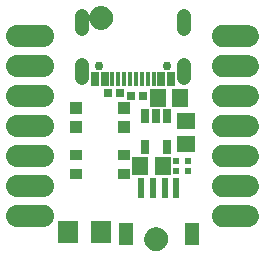
<source format=gbr>
G04 EAGLE Gerber RS-274X export*
G75*
%MOMM*%
%FSLAX34Y34*%
%LPD*%
%INSoldermask Top*%
%IPPOS*%
%AMOC8*
5,1,8,0,0,1.08239X$1,22.5*%
G01*
%ADD10C,1.101600*%
%ADD11C,0.469900*%
%ADD12R,1.341600X1.601600*%
%ADD13R,1.001600X0.951600*%
%ADD14R,0.676600X1.251600*%
%ADD15R,0.376600X1.251600*%
%ADD16C,1.209600*%
%ADD17C,0.751600*%
%ADD18R,0.701600X0.701600*%
%ADD19C,1.879600*%
%ADD20C,1.879600*%
%ADD21R,0.601600X1.651600*%
%ADD22R,1.301600X1.901600*%
%ADD23R,0.651600X1.301600*%
%ADD24R,0.601600X0.601600*%
%ADD25R,1.601600X1.341600*%
%ADD26R,1.701600X1.901600*%
%ADD27R,1.001600X1.001600*%


D10*
X61976Y194945D03*
D11*
X61976Y202445D02*
X61795Y202443D01*
X61614Y202436D01*
X61433Y202425D01*
X61252Y202410D01*
X61072Y202390D01*
X60892Y202366D01*
X60713Y202338D01*
X60535Y202305D01*
X60358Y202268D01*
X60181Y202227D01*
X60006Y202182D01*
X59831Y202132D01*
X59658Y202078D01*
X59487Y202020D01*
X59316Y201958D01*
X59148Y201891D01*
X58981Y201821D01*
X58815Y201747D01*
X58652Y201668D01*
X58491Y201586D01*
X58331Y201500D01*
X58174Y201410D01*
X58019Y201316D01*
X57866Y201219D01*
X57716Y201117D01*
X57568Y201013D01*
X57422Y200904D01*
X57280Y200793D01*
X57140Y200677D01*
X57003Y200559D01*
X56868Y200437D01*
X56737Y200312D01*
X56609Y200184D01*
X56484Y200053D01*
X56362Y199918D01*
X56244Y199781D01*
X56128Y199641D01*
X56017Y199499D01*
X55908Y199353D01*
X55804Y199205D01*
X55702Y199055D01*
X55605Y198902D01*
X55511Y198747D01*
X55421Y198590D01*
X55335Y198430D01*
X55253Y198269D01*
X55174Y198106D01*
X55100Y197940D01*
X55030Y197773D01*
X54963Y197605D01*
X54901Y197434D01*
X54843Y197263D01*
X54789Y197090D01*
X54739Y196915D01*
X54694Y196740D01*
X54653Y196563D01*
X54616Y196386D01*
X54583Y196208D01*
X54555Y196029D01*
X54531Y195849D01*
X54511Y195669D01*
X54496Y195488D01*
X54485Y195307D01*
X54478Y195126D01*
X54476Y194945D01*
X61976Y202445D02*
X62157Y202443D01*
X62338Y202436D01*
X62519Y202425D01*
X62700Y202410D01*
X62880Y202390D01*
X63060Y202366D01*
X63239Y202338D01*
X63417Y202305D01*
X63594Y202268D01*
X63771Y202227D01*
X63946Y202182D01*
X64121Y202132D01*
X64294Y202078D01*
X64465Y202020D01*
X64636Y201958D01*
X64804Y201891D01*
X64971Y201821D01*
X65137Y201747D01*
X65300Y201668D01*
X65461Y201586D01*
X65621Y201500D01*
X65778Y201410D01*
X65933Y201316D01*
X66086Y201219D01*
X66236Y201117D01*
X66384Y201013D01*
X66530Y200904D01*
X66672Y200793D01*
X66812Y200677D01*
X66949Y200559D01*
X67084Y200437D01*
X67215Y200312D01*
X67343Y200184D01*
X67468Y200053D01*
X67590Y199918D01*
X67708Y199781D01*
X67824Y199641D01*
X67935Y199499D01*
X68044Y199353D01*
X68148Y199205D01*
X68250Y199055D01*
X68347Y198902D01*
X68441Y198747D01*
X68531Y198590D01*
X68617Y198430D01*
X68699Y198269D01*
X68778Y198106D01*
X68852Y197940D01*
X68922Y197773D01*
X68989Y197605D01*
X69051Y197434D01*
X69109Y197263D01*
X69163Y197090D01*
X69213Y196915D01*
X69258Y196740D01*
X69299Y196563D01*
X69336Y196386D01*
X69369Y196208D01*
X69397Y196029D01*
X69421Y195849D01*
X69441Y195669D01*
X69456Y195488D01*
X69467Y195307D01*
X69474Y195126D01*
X69476Y194945D01*
X69474Y194764D01*
X69467Y194583D01*
X69456Y194402D01*
X69441Y194221D01*
X69421Y194041D01*
X69397Y193861D01*
X69369Y193682D01*
X69336Y193504D01*
X69299Y193327D01*
X69258Y193150D01*
X69213Y192975D01*
X69163Y192800D01*
X69109Y192627D01*
X69051Y192456D01*
X68989Y192285D01*
X68922Y192117D01*
X68852Y191950D01*
X68778Y191784D01*
X68699Y191621D01*
X68617Y191460D01*
X68531Y191300D01*
X68441Y191143D01*
X68347Y190988D01*
X68250Y190835D01*
X68148Y190685D01*
X68044Y190537D01*
X67935Y190391D01*
X67824Y190249D01*
X67708Y190109D01*
X67590Y189972D01*
X67468Y189837D01*
X67343Y189706D01*
X67215Y189578D01*
X67084Y189453D01*
X66949Y189331D01*
X66812Y189213D01*
X66672Y189097D01*
X66530Y188986D01*
X66384Y188877D01*
X66236Y188773D01*
X66086Y188671D01*
X65933Y188574D01*
X65778Y188480D01*
X65621Y188390D01*
X65461Y188304D01*
X65300Y188222D01*
X65137Y188143D01*
X64971Y188069D01*
X64804Y187999D01*
X64636Y187932D01*
X64465Y187870D01*
X64294Y187812D01*
X64121Y187758D01*
X63946Y187708D01*
X63771Y187663D01*
X63594Y187622D01*
X63417Y187585D01*
X63239Y187552D01*
X63060Y187524D01*
X62880Y187500D01*
X62700Y187480D01*
X62519Y187465D01*
X62338Y187454D01*
X62157Y187447D01*
X61976Y187445D01*
X61795Y187447D01*
X61614Y187454D01*
X61433Y187465D01*
X61252Y187480D01*
X61072Y187500D01*
X60892Y187524D01*
X60713Y187552D01*
X60535Y187585D01*
X60358Y187622D01*
X60181Y187663D01*
X60006Y187708D01*
X59831Y187758D01*
X59658Y187812D01*
X59487Y187870D01*
X59316Y187932D01*
X59148Y187999D01*
X58981Y188069D01*
X58815Y188143D01*
X58652Y188222D01*
X58491Y188304D01*
X58331Y188390D01*
X58174Y188480D01*
X58019Y188574D01*
X57866Y188671D01*
X57716Y188773D01*
X57568Y188877D01*
X57422Y188986D01*
X57280Y189097D01*
X57140Y189213D01*
X57003Y189331D01*
X56868Y189453D01*
X56737Y189578D01*
X56609Y189706D01*
X56484Y189837D01*
X56362Y189972D01*
X56244Y190109D01*
X56128Y190249D01*
X56017Y190391D01*
X55908Y190537D01*
X55804Y190685D01*
X55702Y190835D01*
X55605Y190988D01*
X55511Y191143D01*
X55421Y191300D01*
X55335Y191460D01*
X55253Y191621D01*
X55174Y191784D01*
X55100Y191950D01*
X55030Y192117D01*
X54963Y192285D01*
X54901Y192456D01*
X54843Y192627D01*
X54789Y192800D01*
X54739Y192975D01*
X54694Y193150D01*
X54653Y193327D01*
X54616Y193504D01*
X54583Y193682D01*
X54555Y193861D01*
X54531Y194041D01*
X54511Y194221D01*
X54496Y194402D01*
X54485Y194583D01*
X54478Y194764D01*
X54476Y194945D01*
D12*
X114021Y69342D03*
X95021Y69342D03*
X128880Y127381D03*
X109880Y127381D03*
D13*
X81460Y79370D03*
X81460Y62870D03*
X40460Y62870D03*
X40460Y79370D03*
D14*
X120900Y143620D03*
X112900Y143620D03*
D15*
X106400Y143620D03*
X101400Y143620D03*
X96400Y143620D03*
X91400Y143620D03*
X86400Y143620D03*
X81400Y143620D03*
X76400Y143620D03*
X71400Y143620D03*
D14*
X64900Y143620D03*
X56900Y143620D03*
D16*
X132100Y185630D02*
X132100Y196710D01*
X45700Y196710D02*
X45700Y185630D01*
X45700Y154910D02*
X45700Y143830D01*
X132100Y143830D02*
X132100Y154910D01*
D17*
X60000Y154370D03*
X117800Y154370D03*
D18*
X67945Y131064D03*
X78105Y131064D03*
X87630Y129286D03*
X97790Y129286D03*
D19*
X12700Y179705D03*
X12700Y154305D03*
X12700Y128905D03*
X12700Y103505D03*
X12700Y78105D03*
X12700Y52705D03*
X12700Y27305D03*
D20*
X8890Y179705D02*
X-8890Y179705D01*
X-8890Y154305D02*
X8890Y154305D01*
X8890Y128905D02*
X-8890Y128905D01*
X-8890Y103505D02*
X8890Y103505D01*
X8890Y78105D02*
X-8890Y78105D01*
X-8890Y52705D02*
X8890Y52705D01*
X8890Y27305D02*
X-8890Y27305D01*
D21*
X105744Y50921D03*
X115744Y50921D03*
X95744Y50921D03*
X125744Y50921D03*
D22*
X82744Y11921D03*
X138744Y11921D03*
D23*
X118085Y111680D03*
X108585Y111680D03*
X99085Y111680D03*
X99085Y85678D03*
X118085Y85678D03*
D24*
X125683Y74223D03*
X125683Y65223D03*
X135683Y65223D03*
X135683Y74223D03*
D19*
X165100Y27305D03*
X165100Y52705D03*
X165100Y78105D03*
X165100Y103505D03*
X165100Y128905D03*
X165100Y154305D03*
X165100Y179705D03*
D20*
X168910Y27305D02*
X186690Y27305D01*
X186690Y52705D02*
X168910Y52705D01*
X168910Y78105D02*
X186690Y78105D01*
X186690Y103505D02*
X168910Y103505D01*
X168910Y128905D02*
X186690Y128905D01*
X186690Y154305D02*
X168910Y154305D01*
X168910Y179705D02*
X186690Y179705D01*
D10*
X108585Y7620D03*
D11*
X108585Y15120D02*
X108404Y15118D01*
X108223Y15111D01*
X108042Y15100D01*
X107861Y15085D01*
X107681Y15065D01*
X107501Y15041D01*
X107322Y15013D01*
X107144Y14980D01*
X106967Y14943D01*
X106790Y14902D01*
X106615Y14857D01*
X106440Y14807D01*
X106267Y14753D01*
X106096Y14695D01*
X105925Y14633D01*
X105757Y14566D01*
X105590Y14496D01*
X105424Y14422D01*
X105261Y14343D01*
X105100Y14261D01*
X104940Y14175D01*
X104783Y14085D01*
X104628Y13991D01*
X104475Y13894D01*
X104325Y13792D01*
X104177Y13688D01*
X104031Y13579D01*
X103889Y13468D01*
X103749Y13352D01*
X103612Y13234D01*
X103477Y13112D01*
X103346Y12987D01*
X103218Y12859D01*
X103093Y12728D01*
X102971Y12593D01*
X102853Y12456D01*
X102737Y12316D01*
X102626Y12174D01*
X102517Y12028D01*
X102413Y11880D01*
X102311Y11730D01*
X102214Y11577D01*
X102120Y11422D01*
X102030Y11265D01*
X101944Y11105D01*
X101862Y10944D01*
X101783Y10781D01*
X101709Y10615D01*
X101639Y10448D01*
X101572Y10280D01*
X101510Y10109D01*
X101452Y9938D01*
X101398Y9765D01*
X101348Y9590D01*
X101303Y9415D01*
X101262Y9238D01*
X101225Y9061D01*
X101192Y8883D01*
X101164Y8704D01*
X101140Y8524D01*
X101120Y8344D01*
X101105Y8163D01*
X101094Y7982D01*
X101087Y7801D01*
X101085Y7620D01*
X108585Y15120D02*
X108766Y15118D01*
X108947Y15111D01*
X109128Y15100D01*
X109309Y15085D01*
X109489Y15065D01*
X109669Y15041D01*
X109848Y15013D01*
X110026Y14980D01*
X110203Y14943D01*
X110380Y14902D01*
X110555Y14857D01*
X110730Y14807D01*
X110903Y14753D01*
X111074Y14695D01*
X111245Y14633D01*
X111413Y14566D01*
X111580Y14496D01*
X111746Y14422D01*
X111909Y14343D01*
X112070Y14261D01*
X112230Y14175D01*
X112387Y14085D01*
X112542Y13991D01*
X112695Y13894D01*
X112845Y13792D01*
X112993Y13688D01*
X113139Y13579D01*
X113281Y13468D01*
X113421Y13352D01*
X113558Y13234D01*
X113693Y13112D01*
X113824Y12987D01*
X113952Y12859D01*
X114077Y12728D01*
X114199Y12593D01*
X114317Y12456D01*
X114433Y12316D01*
X114544Y12174D01*
X114653Y12028D01*
X114757Y11880D01*
X114859Y11730D01*
X114956Y11577D01*
X115050Y11422D01*
X115140Y11265D01*
X115226Y11105D01*
X115308Y10944D01*
X115387Y10781D01*
X115461Y10615D01*
X115531Y10448D01*
X115598Y10280D01*
X115660Y10109D01*
X115718Y9938D01*
X115772Y9765D01*
X115822Y9590D01*
X115867Y9415D01*
X115908Y9238D01*
X115945Y9061D01*
X115978Y8883D01*
X116006Y8704D01*
X116030Y8524D01*
X116050Y8344D01*
X116065Y8163D01*
X116076Y7982D01*
X116083Y7801D01*
X116085Y7620D01*
X116083Y7439D01*
X116076Y7258D01*
X116065Y7077D01*
X116050Y6896D01*
X116030Y6716D01*
X116006Y6536D01*
X115978Y6357D01*
X115945Y6179D01*
X115908Y6002D01*
X115867Y5825D01*
X115822Y5650D01*
X115772Y5475D01*
X115718Y5302D01*
X115660Y5131D01*
X115598Y4960D01*
X115531Y4792D01*
X115461Y4625D01*
X115387Y4459D01*
X115308Y4296D01*
X115226Y4135D01*
X115140Y3975D01*
X115050Y3818D01*
X114956Y3663D01*
X114859Y3510D01*
X114757Y3360D01*
X114653Y3212D01*
X114544Y3066D01*
X114433Y2924D01*
X114317Y2784D01*
X114199Y2647D01*
X114077Y2512D01*
X113952Y2381D01*
X113824Y2253D01*
X113693Y2128D01*
X113558Y2006D01*
X113421Y1888D01*
X113281Y1772D01*
X113139Y1661D01*
X112993Y1552D01*
X112845Y1448D01*
X112695Y1346D01*
X112542Y1249D01*
X112387Y1155D01*
X112230Y1065D01*
X112070Y979D01*
X111909Y897D01*
X111746Y818D01*
X111580Y744D01*
X111413Y674D01*
X111245Y607D01*
X111074Y545D01*
X110903Y487D01*
X110730Y433D01*
X110555Y383D01*
X110380Y338D01*
X110203Y297D01*
X110026Y260D01*
X109848Y227D01*
X109669Y199D01*
X109489Y175D01*
X109309Y155D01*
X109128Y140D01*
X108947Y129D01*
X108766Y122D01*
X108585Y120D01*
X108404Y122D01*
X108223Y129D01*
X108042Y140D01*
X107861Y155D01*
X107681Y175D01*
X107501Y199D01*
X107322Y227D01*
X107144Y260D01*
X106967Y297D01*
X106790Y338D01*
X106615Y383D01*
X106440Y433D01*
X106267Y487D01*
X106096Y545D01*
X105925Y607D01*
X105757Y674D01*
X105590Y744D01*
X105424Y818D01*
X105261Y897D01*
X105100Y979D01*
X104940Y1065D01*
X104783Y1155D01*
X104628Y1249D01*
X104475Y1346D01*
X104325Y1448D01*
X104177Y1552D01*
X104031Y1661D01*
X103889Y1772D01*
X103749Y1888D01*
X103612Y2006D01*
X103477Y2128D01*
X103346Y2253D01*
X103218Y2381D01*
X103093Y2512D01*
X102971Y2647D01*
X102853Y2784D01*
X102737Y2924D01*
X102626Y3066D01*
X102517Y3212D01*
X102413Y3360D01*
X102311Y3510D01*
X102214Y3663D01*
X102120Y3818D01*
X102030Y3975D01*
X101944Y4135D01*
X101862Y4296D01*
X101783Y4459D01*
X101709Y4625D01*
X101639Y4792D01*
X101572Y4960D01*
X101510Y5131D01*
X101452Y5302D01*
X101398Y5475D01*
X101348Y5650D01*
X101303Y5825D01*
X101262Y6002D01*
X101225Y6179D01*
X101192Y6357D01*
X101164Y6536D01*
X101140Y6716D01*
X101120Y6896D01*
X101105Y7077D01*
X101094Y7258D01*
X101087Y7439D01*
X101085Y7620D01*
D25*
X134239Y88544D03*
X134239Y107544D03*
D26*
X62260Y13335D03*
X34260Y13335D03*
D27*
X40460Y102490D03*
X40460Y118490D03*
X81460Y118490D03*
X81460Y102490D03*
M02*

</source>
